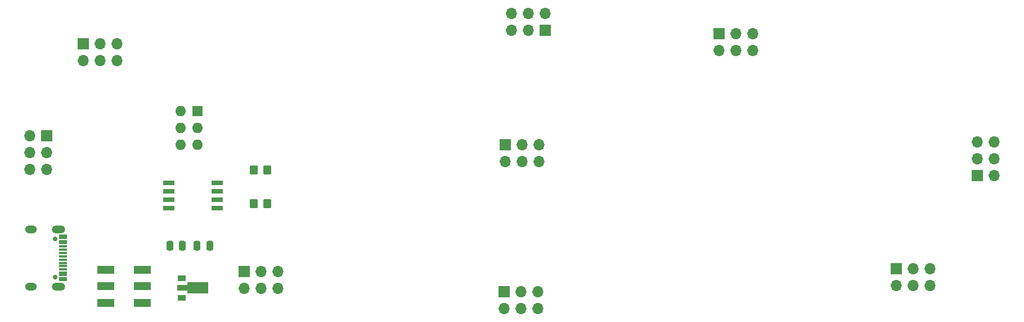
<source format=gts>
%TF.GenerationSoftware,KiCad,Pcbnew,(6.0.6-0)*%
%TF.CreationDate,2022-08-20T19:49:01-04:00*%
%TF.ProjectId,SAO_Platform,53414f5f-506c-4617-9466-6f726d2e6b69,rev?*%
%TF.SameCoordinates,Original*%
%TF.FileFunction,Soldermask,Top*%
%TF.FilePolarity,Negative*%
%FSLAX46Y46*%
G04 Gerber Fmt 4.6, Leading zero omitted, Abs format (unit mm)*
G04 Created by KiCad (PCBNEW (6.0.6-0)) date 2022-08-20 19:49:01*
%MOMM*%
%LPD*%
G01*
G04 APERTURE LIST*
G04 Aperture macros list*
%AMRoundRect*
0 Rectangle with rounded corners*
0 $1 Rounding radius*
0 $2 $3 $4 $5 $6 $7 $8 $9 X,Y pos of 4 corners*
0 Add a 4 corners polygon primitive as box body*
4,1,4,$2,$3,$4,$5,$6,$7,$8,$9,$2,$3,0*
0 Add four circle primitives for the rounded corners*
1,1,$1+$1,$2,$3*
1,1,$1+$1,$4,$5*
1,1,$1+$1,$6,$7*
1,1,$1+$1,$8,$9*
0 Add four rect primitives between the rounded corners*
20,1,$1+$1,$2,$3,$4,$5,0*
20,1,$1+$1,$4,$5,$6,$7,0*
20,1,$1+$1,$6,$7,$8,$9,0*
20,1,$1+$1,$8,$9,$2,$3,0*%
%AMFreePoly0*
4,1,9,3.862500,-0.866500,0.737500,-0.866500,0.737500,-0.450000,-0.737500,-0.450000,-0.737500,0.450000,0.737500,0.450000,0.737500,0.866500,3.862500,0.866500,3.862500,-0.866500,3.862500,-0.866500,$1*%
G04 Aperture macros list end*
%ADD10C,0.700000*%
%ADD11O,2.000000X1.200000*%
%ADD12O,1.800000X1.200000*%
%ADD13R,1.300000X0.300000*%
%ADD14R,1.700000X1.700000*%
%ADD15O,1.700000X1.700000*%
%ADD16RoundRect,0.250000X-0.350000X-0.450000X0.350000X-0.450000X0.350000X0.450000X-0.350000X0.450000X0*%
%ADD17R,1.300000X0.900000*%
%ADD18FreePoly0,0.000000*%
%ADD19R,2.500000X1.200000*%
%ADD20RoundRect,0.250000X-0.250000X-0.475000X0.250000X-0.475000X0.250000X0.475000X-0.250000X0.475000X0*%
%ADD21R,1.700000X0.650000*%
%ADD22O,1.600000X1.600000*%
%ADD23R,1.600000X1.600000*%
G04 APERTURE END LIST*
D10*
%TO.C,J1*%
X106248230Y-86542098D03*
X106248230Y-92322098D03*
D11*
X106778230Y-85112098D03*
X106778230Y-93752098D03*
D12*
X102598230Y-85112098D03*
X102598230Y-93752098D03*
D13*
X107428230Y-86082098D03*
X107428230Y-86882098D03*
X107428230Y-88182098D03*
X107428230Y-89182098D03*
X107428230Y-89682098D03*
X107428230Y-90682098D03*
X107428230Y-91982098D03*
X107428230Y-92782098D03*
X107428230Y-92482098D03*
X107428230Y-91682098D03*
X107428230Y-91182098D03*
X107428230Y-90182098D03*
X107428230Y-88682098D03*
X107428230Y-87682098D03*
X107428230Y-87182098D03*
X107428230Y-86382098D03*
%TD*%
D14*
%TO.C,J9*%
X232866142Y-91093078D03*
D15*
X232866142Y-93633078D03*
X235406142Y-91093078D03*
X235406142Y-93633078D03*
X237946142Y-91093078D03*
X237946142Y-93633078D03*
%TD*%
D14*
%TO.C,J5*%
X173819798Y-94565274D03*
D15*
X173819798Y-97105274D03*
X176359798Y-94565274D03*
X176359798Y-97105274D03*
X178899798Y-94565274D03*
X178899798Y-97105274D03*
%TD*%
D14*
%TO.C,J7*%
X134755466Y-91504135D03*
D15*
X134755466Y-94044135D03*
X137295466Y-91504135D03*
X137295466Y-94044135D03*
X139835466Y-91504135D03*
X139835466Y-94044135D03*
%TD*%
D14*
%TO.C,J10*%
X206162458Y-55553506D03*
D15*
X206162458Y-58093506D03*
X208702458Y-55553506D03*
X208702458Y-58093506D03*
X211242458Y-55553506D03*
X211242458Y-58093506D03*
%TD*%
D16*
%TO.C,R2*%
X136160000Y-81280000D03*
X138160000Y-81280000D03*
%TD*%
D14*
%TO.C,J4*%
X245065974Y-76985283D03*
D15*
X247605974Y-76985283D03*
X245065974Y-74445283D03*
X247605974Y-74445283D03*
X245065974Y-71905283D03*
X247605974Y-71905283D03*
%TD*%
D14*
%TO.C,J6*%
X110490000Y-57150000D03*
D15*
X110490000Y-59690000D03*
X113030000Y-57150000D03*
X113030000Y-59690000D03*
X115570000Y-57150000D03*
X115570000Y-59690000D03*
%TD*%
D14*
%TO.C,J8*%
X174005000Y-72370000D03*
D15*
X174005000Y-74910000D03*
X176545000Y-72370000D03*
X176545000Y-74910000D03*
X179085000Y-72370000D03*
X179085000Y-74910000D03*
%TD*%
D14*
%TO.C,J3*%
X180008901Y-55047888D03*
D15*
X180008901Y-52507888D03*
X177468901Y-55047888D03*
X177468901Y-52507888D03*
X174928901Y-55047888D03*
X174928901Y-52507888D03*
%TD*%
D17*
%TO.C,VR1*%
X125350000Y-92480000D03*
D18*
X125437500Y-93980000D03*
D17*
X125350000Y-95480000D03*
%TD*%
D19*
%TO.C,SW1*%
X113880000Y-96206971D03*
X119380000Y-96206971D03*
X119380000Y-93706971D03*
X113880000Y-93706971D03*
X113880000Y-91206971D03*
X119380000Y-91206971D03*
%TD*%
D14*
%TO.C,J2*%
X105042302Y-71029309D03*
D15*
X102502302Y-71029309D03*
X105042302Y-73569309D03*
X102502302Y-73569309D03*
X105042302Y-76109309D03*
X102502302Y-76109309D03*
%TD*%
D20*
%TO.C,C2*%
X127640000Y-87630000D03*
X129540000Y-87630000D03*
%TD*%
D21*
%TO.C,U2*%
X123350000Y-78105000D03*
X123350000Y-79375000D03*
X123350000Y-80645000D03*
X123350000Y-81915000D03*
X130650000Y-81915000D03*
X130650000Y-80645000D03*
X130650000Y-79375000D03*
X130650000Y-78105000D03*
%TD*%
D16*
%TO.C,R1*%
X136160000Y-76200000D03*
X138160000Y-76200000D03*
%TD*%
D20*
%TO.C,C1*%
X123510000Y-87630000D03*
X125410000Y-87630000D03*
%TD*%
D22*
%TO.C,J11*%
X125195027Y-67310000D03*
D23*
X127735027Y-67310000D03*
D22*
X125195027Y-69850000D03*
X127735027Y-69850000D03*
X125195027Y-72390000D03*
X127735027Y-72390000D03*
%TD*%
M02*

</source>
